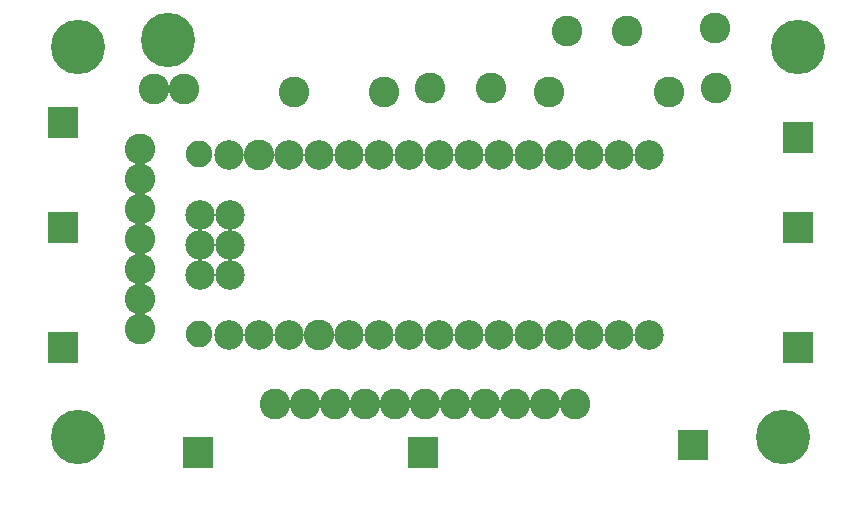
<source format=gbr>
%FSLAX34Y34*%
%MOMM*%
%LNSOLDERMASK_TOP*%
G71*
G01*
%ADD10C,2.500*%
%ADD11C,2.250*%
%ADD12C,2.600*%
%ADD13C,4.600*%
%LPD*%
X-39336Y58460D02*
G54D10*
D03*
X-13936Y58460D02*
G54D10*
D03*
X11464Y58460D02*
G54D10*
D03*
X36864Y58460D02*
G54D10*
D03*
X62264Y58460D02*
G54D10*
D03*
X87664Y58460D02*
G54D10*
D03*
X113064Y58460D02*
G54D10*
D03*
X138464Y58460D02*
G54D10*
D03*
X163864Y58460D02*
G54D10*
D03*
X189264Y58460D02*
G54D10*
D03*
X214664Y58460D02*
G54D10*
D03*
X240064Y58460D02*
G54D10*
D03*
X265464Y58460D02*
G54D10*
D03*
X290864Y58460D02*
G54D10*
D03*
X316264Y58460D02*
G54D10*
D03*
X-39336Y210860D02*
G54D10*
D03*
X-13936Y210860D02*
G54D10*
D03*
X11464Y210860D02*
G54D10*
D03*
X36864Y210860D02*
G54D10*
D03*
X62264Y210860D02*
G54D10*
D03*
X87664Y210860D02*
G54D10*
D03*
X113064Y210860D02*
G54D10*
D03*
X138464Y210860D02*
G54D10*
D03*
X163864Y210860D02*
G54D10*
D03*
X189264Y210860D02*
G54D10*
D03*
X214664Y210860D02*
G54D10*
D03*
X240064Y210860D02*
G54D10*
D03*
X265464Y210860D02*
G54D10*
D03*
X290864Y210860D02*
G54D10*
D03*
X316264Y210860D02*
G54D10*
D03*
X-64577Y211019D02*
G54D11*
D03*
X-64577Y58619D02*
G54D11*
D03*
X-38320Y159806D02*
G54D10*
D03*
X-63720Y159806D02*
G54D10*
D03*
X-38320Y134406D02*
G54D10*
D03*
X-63720Y134406D02*
G54D10*
D03*
X-38320Y109006D02*
G54D10*
D03*
X-63720Y109006D02*
G54D10*
D03*
X92234Y263559D02*
G54D12*
D03*
X16034Y263559D02*
G54D12*
D03*
X-102891Y266134D02*
G54D12*
D03*
X-77391Y266134D02*
G54D12*
D03*
X131499Y267316D02*
G54D12*
D03*
X182480Y267429D02*
G54D12*
D03*
X231934Y263559D02*
G54D12*
D03*
X333534Y263559D02*
G54D12*
D03*
X298120Y315684D02*
G54D12*
D03*
X247139Y315572D02*
G54D12*
D03*
X372851Y318434D02*
G54D12*
D03*
X372963Y267454D02*
G54D12*
D03*
X182480Y267429D02*
G54D12*
D03*
X247139Y315572D02*
G54D12*
D03*
X372963Y267454D02*
G54D12*
D03*
X50800Y0D02*
G54D12*
D03*
X25400Y0D02*
G54D12*
D03*
X0Y0D02*
G54D12*
D03*
X101600Y0D02*
G54D12*
D03*
X76200Y0D02*
G54D12*
D03*
X50800Y0D02*
G54D12*
D03*
X152400Y0D02*
G54D12*
D03*
X127000Y0D02*
G54D12*
D03*
X101600Y0D02*
G54D12*
D03*
X203199Y0D02*
G54D12*
D03*
X177799Y0D02*
G54D12*
D03*
X152400Y0D02*
G54D12*
D03*
X228599Y0D02*
G54D12*
D03*
X203199Y0D02*
G54D12*
D03*
X177799Y0D02*
G54D12*
D03*
X253999Y0D02*
G54D12*
D03*
X228599Y0D02*
G54D12*
D03*
X203199Y0D02*
G54D12*
D03*
X-114300Y139700D02*
G54D12*
D03*
X-114300Y139700D02*
G54D12*
D03*
X-114300Y165100D02*
G54D12*
D03*
X-114300Y190500D02*
G54D12*
D03*
X-114300Y88900D02*
G54D12*
D03*
X-114300Y88900D02*
G54D12*
D03*
X-114300Y114300D02*
G54D12*
D03*
X-114300Y139700D02*
G54D12*
D03*
X-114300Y63500D02*
G54D12*
D03*
X-114300Y88900D02*
G54D12*
D03*
X-114300Y165100D02*
G54D12*
D03*
X-114300Y165100D02*
G54D12*
D03*
X-114300Y190500D02*
G54D12*
D03*
X-114300Y215900D02*
G54D12*
D03*
X-114300Y63500D02*
G54D12*
D03*
X36864Y58460D02*
G54D12*
D03*
X-13936Y210860D02*
G54D12*
D03*
X-166846Y301659D02*
G54D13*
D03*
X-166846Y-28541D02*
G54D13*
D03*
X430054Y-28541D02*
G54D13*
D03*
X442754Y301659D02*
G54D13*
D03*
G36*
X-78246Y-28241D02*
X-52246Y-28241D01*
X-52246Y-54241D01*
X-78246Y-54241D01*
X-78246Y-28241D01*
G37*
G36*
X340854Y-21891D02*
X366854Y-21891D01*
X366854Y-47891D01*
X340854Y-47891D01*
X340854Y-21891D01*
G37*
G36*
X112254Y-28241D02*
X138254Y-28241D01*
X138254Y-54241D01*
X112254Y-54241D01*
X112254Y-28241D01*
G37*
G36*
X429754Y238459D02*
X455754Y238459D01*
X455754Y212459D01*
X429754Y212459D01*
X429754Y238459D01*
G37*
G36*
X429754Y60659D02*
X455754Y60659D01*
X455754Y34659D01*
X429754Y34659D01*
X429754Y60659D01*
G37*
G36*
X-192546Y251159D02*
X-166546Y251159D01*
X-166546Y225159D01*
X-192546Y225159D01*
X-192546Y251159D01*
G37*
G36*
X-192546Y60659D02*
X-166546Y60659D01*
X-166546Y34659D01*
X-192546Y34659D01*
X-192546Y60659D01*
G37*
X-90646Y308009D02*
G54D13*
D03*
G36*
X-192546Y162259D02*
X-166546Y162259D01*
X-166546Y136259D01*
X-192546Y136259D01*
X-192546Y162259D01*
G37*
G36*
X429754Y162259D02*
X455754Y162259D01*
X455754Y136259D01*
X429754Y136259D01*
X429754Y162259D01*
G37*
M02*

</source>
